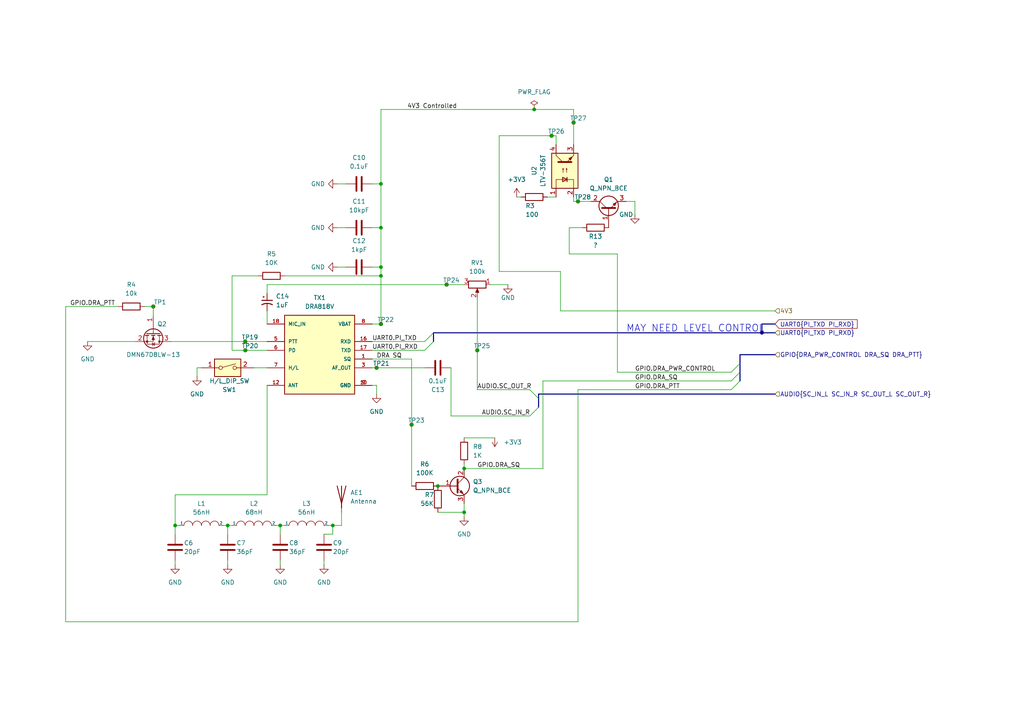
<source format=kicad_sch>
(kicad_sch (version 20211123) (generator eeschema)
  (paper "A4")
  (lib_symbols
    (symbol "Connector:TestPoint_Small" (pin_numbers hide) (pin_names (offset 0.762) hide)
      (property "Reference" "TP" (at 0 3.81 0))
      (property "Value" "TestPoint_Small" (at 0 2.032 0))
      (symbol "TestPoint_Small_0_1"
        (circle (center 0 0) (radius 0.508))
      )
      (symbol "TestPoint_Small_1_1"
        (pin passive line (at 0 0 90) (length 0) (name "1") (number "1"))
      )
    )
    (symbol "DRA818V:DRA818V" (pin_names (offset 1.016))
      (property "Reference" "U" (at -10.1661 13.2159 0))
      (property "Value" "DRA818V" (at -10.1663 -12.7078 0))
      (symbol "DRA818V_0_0"
        (rectangle (start -10.16 -10.16) (end 10.16 12.7) (stroke (width 0.254)) (fill (type background)))
        (pin output line (at 15.24 0 180) (length 5.08) (name "SQ") (number "1"))
        (pin power_in line (at 15.24 -7.62 180) (length 5.08) (name "GND") (number "10"))
        (pin passive line (at -15.24 -7.62 0) (length 5.08) (name "ANT") (number "12"))
        (pin input line (at 15.24 5.08 180) (length 5.08) (name "RXD") (number "16"))
        (pin output line (at 15.24 2.54 180) (length 5.08) (name "TXD") (number "17"))
        (pin input line (at -15.24 10.16 0) (length 5.08) (name "MIC_IN") (number "18"))
        (pin output line (at 15.24 -2.54 180) (length 5.08) (name "AF_OUT") (number "3"))
        (pin input line (at -15.24 5.08 0) (length 5.08) (name "PTT") (number "5"))
        (pin input line (at -15.24 2.54 0) (length 5.08) (name "PD") (number "6"))
        (pin input line (at -15.24 -2.54 0) (length 5.08) (name "H/L") (number "7"))
        (pin power_in line (at 15.24 10.16 180) (length 5.08) (name "VBAT") (number "8"))
        (pin power_in line (at 15.24 -7.62 180) (length 5.08) (name "GND") (number "9"))
      )
    )
    (symbol "Device:Antenna" (pin_numbers hide) (pin_names (offset 1.016) hide)
      (property "Reference" "AE" (at -1.905 1.905 0))
      (property "Value" "Antenna" (at -1.905 0 0))
      (symbol "Antenna_0_1"
        (polyline (pts (xy 0 2.54) (xy 0 -3.81)) (stroke (width 0.254)))
        (polyline (pts (xy 1.27 2.54) (xy 0 -2.54) (xy -1.27 2.54)) (stroke (width 0.254)))
      )
      (symbol "Antenna_1_1"
        (pin input line (at 0 -5.08 90) (length 2.54) (name "A") (number "1"))
      )
    )
    (symbol "Device:C" (pin_numbers hide) (pin_names (offset 0.254))
      (property "Reference" "C" (at 0.635 2.54 0))
      (property "Value" "C" (at 0.635 -2.54 0))
      (symbol "C_0_1"
        (polyline (pts (xy -2.032 -0.762) (xy 2.032 -0.762)) (stroke (width 0.508)))
        (polyline (pts (xy -2.032 0.762) (xy 2.032 0.762)) (stroke (width 0.508)))
      )
      (symbol "C_1_1"
        (pin passive line (at 0 3.81 270) (length 2.794) (name "~") (number "1"))
        (pin passive line (at 0 -3.81 90) (length 2.794) (name "~") (number "2"))
      )
    )
    (symbol "Device:C_Polarized_Small_US" (pin_numbers hide) (pin_names (offset 0.254) hide)
      (property "Reference" "C" (at 0.254 1.778 0))
      (property "Value" "C_Polarized_Small_US" (at 0.254 -2.032 0))
      (symbol "C_Polarized_Small_US_0_1"
        (polyline (pts (xy -1.524 0.508) (xy 1.524 0.508)) (stroke (width 0.3048)))
        (polyline (pts (xy -1.27 1.524) (xy -0.762 1.524)))
        (polyline (pts (xy -1.016 1.27) (xy -1.016 1.778)))
        (arc (start 1.524 -0.762) (mid 0 -0.3734) (end -1.524 -0.762) (stroke (width 0.3048)))
      )
      (symbol "C_Polarized_Small_US_1_1"
        (pin passive line (at 0 2.54 270) (length 2.032) (name "~") (number "1"))
        (pin passive line (at 0 -2.54 90) (length 2.032) (name "~") (number "2"))
      )
    )
    (symbol "Device:Q_NPN_BCE" (pin_names (offset 0) hide)
      (property "Reference" "Q" (at 5.08 1.27 0))
      (property "Value" "Q_NPN_BCE" (at 5.08 -1.27 0))
      (symbol "Q_NPN_BCE_0_1"
        (polyline (pts (xy 0.635 0.635) (xy 2.54 2.54)))
        (polyline (pts (xy 0.635 -0.635) (xy 2.54 -2.54) (xy 2.54 -2.54)))
        (polyline (pts (xy 0.635 1.905) (xy 0.635 -1.905) (xy 0.635 -1.905)) (stroke (width 0.508)))
        (polyline (pts (xy 1.27 -1.778) (xy 1.778 -1.27) (xy 2.286 -2.286) (xy 1.27 -1.778) (xy 1.27 -1.778)) (fill (type outline)))
        (circle (center 1.27 0) (radius 2.8194) (stroke (width 0.254)))
      )
      (symbol "Q_NPN_BCE_1_1"
        (pin input line (at -5.08 0 0) (length 5.715) (name "B") (number "1"))
        (pin passive line (at 2.54 5.08 270) (length 2.54) (name "C") (number "2"))
        (pin passive line (at 2.54 -5.08 90) (length 2.54) (name "E") (number "3"))
      )
    )
    (symbol "Device:R" (pin_numbers hide) (pin_names (offset 0))
      (property "Reference" "R" (at 2.032 0 90))
      (property "Value" "R" (at 0 0 90))
      (symbol "R_0_1"
        (rectangle (start -1.016 -2.54) (end 1.016 2.54) (stroke (width 0.254)))
      )
      (symbol "R_1_1"
        (pin passive line (at 0 3.81 270) (length 1.27) (name "~") (number "1"))
        (pin passive line (at 0 -3.81 90) (length 1.27) (name "~") (number "2"))
      )
    )
    (symbol "Device:R_Potentiometer" (pin_names (offset 1.016) hide)
      (property "Reference" "RV" (at -4.445 0 90))
      (property "Value" "R_Potentiometer" (at -2.54 0 90))
      (symbol "R_Potentiometer_0_1"
        (polyline (pts (xy 2.54 0) (xy 1.524 0)))
        (polyline (pts (xy 1.143 0) (xy 2.286 0.508) (xy 2.286 -0.508) (xy 1.143 0)) (fill (type outline)))
        (rectangle (start 1.016 2.54) (end -1.016 -2.54) (stroke (width 0.254)))
      )
      (symbol "R_Potentiometer_1_1"
        (pin passive line (at 0 3.81 270) (length 1.27) (name "1") (number "1"))
        (pin passive line (at 3.81 0 180) (length 1.27) (name "2") (number "2"))
        (pin passive line (at 0 -3.81 90) (length 1.27) (name "3") (number "3"))
      )
    )
    (symbol "Isolator:LTV-356T" (pin_names (offset 1.016))
      (property "Reference" "U" (at -5.334 4.826 0))
      (property "Value" "LTV-356T" (at 0 5.08 0))
      (symbol "LTV-356T_0_1"
        (rectangle (start -5.08 3.81) (end 5.08 -3.81) (stroke (width 0.254)) (fill (type background)))
        (polyline (pts (xy -3.175 -0.635) (xy -1.905 -0.635)) (stroke (width 0.254)))
        (polyline (pts (xy 2.54 0.635) (xy 4.445 2.54)))
        (polyline (pts (xy 4.445 -2.54) (xy 2.54 -0.635)) (fill (type outline)))
        (polyline (pts (xy 4.445 -2.54) (xy 5.08 -2.54)))
        (polyline (pts (xy 4.445 2.54) (xy 5.08 2.54)))
        (polyline (pts (xy -5.08 2.54) (xy -2.54 2.54) (xy -2.54 -0.762)))
        (polyline (pts (xy -2.54 -0.635) (xy -2.54 -2.54) (xy -5.08 -2.54)))
        (polyline (pts (xy 2.54 1.905) (xy 2.54 -1.905) (xy 2.54 -1.905)) (stroke (width 0.508)))
        (polyline (pts (xy -2.54 -0.635) (xy -3.175 0.635) (xy -1.905 0.635) (xy -2.54 -0.635)) (stroke (width 0.254)))
        (polyline (pts (xy -0.508 -0.508) (xy 0.762 -0.508) (xy 0.381 -0.635) (xy 0.381 -0.381) (xy 0.762 -0.508)))
        (polyline (pts (xy -0.508 0.508) (xy 0.762 0.508) (xy 0.381 0.381) (xy 0.381 0.635) (xy 0.762 0.508)))
        (polyline (pts (xy 3.048 -1.651) (xy 3.556 -1.143) (xy 4.064 -2.159) (xy 3.048 -1.651) (xy 3.048 -1.651)) (fill (type outline)))
      )
      (symbol "LTV-356T_1_1"
        (pin passive line (at -7.62 2.54 0) (length 2.54) (name "~") (number "1"))
        (pin passive line (at -7.62 -2.54 0) (length 2.54) (name "~") (number "2"))
        (pin passive line (at 7.62 -2.54 180) (length 2.54) (name "~") (number "3"))
        (pin passive line (at 7.62 2.54 180) (length 2.54) (name "~") (number "4"))
      )
    )
    (symbol "Switch:SW_DIP_x01" (pin_names (offset 0) hide)
      (property "Reference" "SW" (at 0 3.81 0))
      (property "Value" "SW_DIP_x01" (at 0 -3.81 0))
      (symbol "SW_DIP_x01_0_0"
        (circle (center -2.032 0) (radius 0.508))
        (polyline (pts (xy -1.524 0.127) (xy 2.3622 1.1684)))
        (circle (center 2.032 0) (radius 0.508))
      )
      (symbol "SW_DIP_x01_0_1"
        (rectangle (start -3.81 2.54) (end 3.81 -2.54) (stroke (width 0.254)) (fill (type background)))
      )
      (symbol "SW_DIP_x01_1_1"
        (pin passive line (at -7.62 0 0) (length 5.08) (name "~") (number "1"))
        (pin passive line (at 7.62 0 180) (length 5.08) (name "~") (number "2"))
      )
    )
    (symbol "Transistor_FET:2N7002K" (pin_names hide)
      (property "Reference" "Q" (at 5.08 1.905 0))
      (property "Value" "2N7002K" (at 5.08 0 0))
      (symbol "2N7002K_0_1"
        (polyline (pts (xy 0.254 0) (xy -2.54 0)))
        (polyline (pts (xy 0.254 1.905) (xy 0.254 -1.905)) (stroke (width 0.254)))
        (polyline (pts (xy 0.762 -1.27) (xy 0.762 -2.286)) (stroke (width 0.254)))
        (polyline (pts (xy 0.762 0.508) (xy 0.762 -0.508)) (stroke (width 0.254)))
        (polyline (pts (xy 0.762 2.286) (xy 0.762 1.27)) (stroke (width 0.254)))
        (polyline (pts (xy 2.54 2.54) (xy 2.54 1.778)))
        (polyline (pts (xy 2.54 -2.54) (xy 2.54 0) (xy 0.762 0)))
        (polyline (pts (xy 0.762 -1.778) (xy 3.302 -1.778) (xy 3.302 1.778) (xy 0.762 1.778)))
        (polyline (pts (xy 1.016 0) (xy 2.032 0.381) (xy 2.032 -0.381) (xy 1.016 0)) (fill (type outline)))
        (polyline (pts (xy 2.794 0.508) (xy 2.921 0.381) (xy 3.683 0.381) (xy 3.81 0.254)))
        (polyline (pts (xy 3.302 0.381) (xy 2.921 -0.254) (xy 3.683 -0.254) (xy 3.302 0.381)))
        (circle (center 1.651 0) (radius 2.794) (stroke (width 0.254)))
        (circle (center 2.54 -1.778) (radius 0.254) (fill (type outline)))
        (circle (center 2.54 1.778) (radius 0.254) (fill (type outline)))
      )
      (symbol "2N7002K_1_1"
        (pin input line (at -5.08 0 0) (length 2.54) (name "G") (number "1"))
        (pin passive line (at 2.54 -5.08 90) (length 2.54) (name "S") (number "2"))
        (pin passive line (at 2.54 5.08 270) (length 2.54) (name "D") (number "3"))
      )
    )
    (symbol "power:+3V3" (power) (pin_names (offset 0))
      (property "Value" "+3V3" (at 0 3.556 0))
      (symbol "+3V3_0_1"
        (polyline (pts (xy -0.762 1.27) (xy 0 2.54)))
        (polyline (pts (xy 0 0) (xy 0 2.54)))
        (polyline (pts (xy 0 2.54) (xy 0.762 1.27)))
      )
      (symbol "+3V3_1_1"
        (pin power_in line (at 0 0 90) (length 0) hide (name "+3V3") (number "1"))
      )
    )
    (symbol "power:GND" (power) (pin_names (offset 0))
      (property "Value" "GND" (at 0 -3.81 0))
      (symbol "GND_0_1"
        (polyline (pts (xy 0 0) (xy 0 -1.27) (xy 1.27 -1.27) (xy 0 -2.54) (xy -1.27 -1.27) (xy 0 -1.27)))
      )
      (symbol "GND_1_1"
        (pin power_in line (at 0 0 270) (length 0) hide (name "GND") (number "1"))
      )
    )
    (symbol "power:PWR_FLAG" (power) (pin_numbers hide) (pin_names (offset 0) hide)
      (property "Value" "PWR_FLAG" (at 0 3.81 0))
      (symbol "PWR_FLAG_0_0"
        (pin power_out line (at 0 0 90) (length 0) (name "pwr") (number "1"))
      )
      (symbol "PWR_FLAG_0_1"
        (polyline (pts (xy 0 0) (xy 0 1.27) (xy -1.016 1.905) (xy 0 2.54) (xy 1.016 1.905) (xy 0 1.27)))
      )
    )
    (symbol "pspice:INDUCTOR" (pin_numbers hide) (pin_names (offset 0))
      (property "Reference" "L" (at 0 2.54 0))
      (property "Value" "INDUCTOR" (at 0 -1.27 0))
      (symbol "INDUCTOR_0_1"
        (arc (start -2.54 0) (mid -3.81 1.27) (end -5.08 0))
        (arc (start 0 0) (mid -1.27 1.27) (end -2.54 0))
        (arc (start 2.54 0) (mid 1.27 1.27) (end 0 0))
        (arc (start 5.08 0) (mid 3.81 1.27) (end 2.54 0))
      )
      (symbol "INDUCTOR_1_1"
        (pin input line (at -6.35 0 0) (length 1.27) (name "1") (number "1"))
        (pin input line (at 6.35 0 180) (length 1.27) (name "2") (number "2"))
      )
    )
  )
  (junction (at 129.54 82.55))
  (junction (at 110.49 80.01))
  (junction (at 109.22 106.68))
  (junction (at 110.49 66.04))
  (junction (at 138.43 101.6))
  (junction (at 134.62 135.89))
  (junction (at 71.12 99.06))
  (junction (at 159.9711 39.37))
  (junction (at 167.64 58.42))
  (junction (at 71.1549 101.6))
  (junction (at 166.37 35.56))
  (junction (at 44.45 88.9))
  (junction (at 220.98 96.52))
  (junction (at 110.49 93.98))
  (junction (at 66.04 152.4))
  (junction (at 127 140.97))
  (junction (at 50.8 152.4))
  (junction (at 110.49 53.34))
  (junction (at 110.49 77.47))
  (junction (at 134.62 148.59))
  (junction (at 96.52 152.4))
  (junction (at 81.28 152.4))
  (junction (at 119.38 123.19))
  (junction (at 154.94 31.75))
  (bus_entry (at 214.63 107.95) (size -2.54 2.54))
  (bus_entry (at 125.73 99.06) (size -2.54 2.54))
  (bus_entry (at 156.21 115.57) (size -2.54 -2.54))
  (bus_entry (at 214.63 105.41) (size -2.54 2.54))
  (bus_entry (at 125.73 96.52) (size -2.54 2.54))
  (bus_entry (at 156.21 118.11) (size -2.54 2.54))
  (bus_entry (at 214.63 110.49) (size -2.54 2.54))
  (wire (pts (xy 82.55 80.01) (xy 110.49 80.01)))
  (wire (pts (xy 81.28 162.56) (xy 81.28 163.83)))
  (wire (pts (xy 159.9711 39.37) (xy 144.78 39.37)))
  (wire (pts (xy 119.38 104.14) (xy 119.38 123.19)))
  (wire (pts (xy 96.52 152.4) (xy 99.06 152.4)))
  (wire (pts (xy 162.56 78.74) (xy 162.56 90.17)))
  (wire (pts (xy 64.77 152.4) (xy 66.04 152.4)))
  (bus (pts (xy 220.98 96.52) (xy 224.79 96.52)))
  (wire (pts (xy 157.48 110.49) (xy 212.09 110.49)))
  (wire (pts (xy 162.56 90.17) (xy 224.79 90.17)))
  (wire (pts (xy 58.42 106.68) (xy 57.15 106.68)))
  (wire (pts (xy 110.49 80.01) (xy 110.49 93.98)))
  (bus (pts (xy 125.73 96.52) (xy 125.73 99.06)))
  (wire (pts (xy 66.04 162.56) (xy 66.04 163.83)))
  (wire (pts (xy 166.37 31.75) (xy 166.37 35.56)))
  (wire (pts (xy 130.81 120.65) (xy 153.67 120.65)))
  (wire (pts (xy 57.15 106.68) (xy 57.15 109.22)))
  (bus (pts (xy 156.21 115.57) (xy 156.21 118.11)))
  (wire (pts (xy 19.05 180.34) (xy 167.64 180.34)))
  (wire (pts (xy 107.95 77.47) (xy 110.49 77.47)))
  (wire (pts (xy 97.79 77.47) (xy 100.33 77.47)))
  (wire (pts (xy 77.47 143.51) (xy 77.47 111.76)))
  (wire (pts (xy 41.91 88.9) (xy 44.45 88.9)))
  (wire (pts (xy 71.1549 101.6) (xy 77.47 101.6)))
  (wire (pts (xy 144.78 78.74) (xy 162.56 78.74)))
  (wire (pts (xy 81.28 152.4) (xy 81.28 154.94)))
  (wire (pts (xy 138.43 86.36) (xy 138.43 101.6)))
  (wire (pts (xy 134.62 135.89) (xy 157.48 135.89)))
  (wire (pts (xy 50.8 162.56) (xy 50.8 163.83)))
  (wire (pts (xy 110.49 31.75) (xy 110.49 53.34)))
  (wire (pts (xy 67.31 101.6) (xy 67.31 80.01)))
  (wire (pts (xy 66.04 152.4) (xy 66.04 154.94)))
  (wire (pts (xy 130.81 120.65) (xy 130.81 106.68)))
  (wire (pts (xy 107.95 99.06) (xy 123.19 99.06)))
  (wire (pts (xy 134.62 127) (xy 143.51 127)))
  (wire (pts (xy 167.64 180.34) (xy 167.64 113.03)))
  (wire (pts (xy 50.8 143.51) (xy 77.47 143.51)))
  (wire (pts (xy 109.22 111.76) (xy 109.22 114.3)))
  (wire (pts (xy 138.43 113.03) (xy 153.67 113.03)))
  (bus (pts (xy 125.73 96.52) (xy 220.98 96.52)))
  (wire (pts (xy 44.45 88.9) (xy 44.45 91.44)))
  (wire (pts (xy 138.43 101.6) (xy 138.43 113.03)))
  (wire (pts (xy 96.52 152.4) (xy 96.52 154.94)))
  (wire (pts (xy 166.37 31.75) (xy 154.94 31.75)))
  (wire (pts (xy 161.29 39.37) (xy 161.29 41.91)))
  (wire (pts (xy 129.54 82.55) (xy 134.62 82.55)))
  (wire (pts (xy 25.4 99.06) (xy 39.37 99.06)))
  (bus (pts (xy 214.63 107.95) (xy 214.63 105.41)))
  (wire (pts (xy 93.98 154.94) (xy 96.52 154.94)))
  (wire (pts (xy 110.49 53.34) (xy 110.49 66.04)))
  (wire (pts (xy 107.95 53.34) (xy 110.49 53.34)))
  (wire (pts (xy 107.95 101.6) (xy 123.19 101.6)))
  (wire (pts (xy 50.8 152.4) (xy 50.8 143.51)))
  (wire (pts (xy 93.98 162.56) (xy 93.98 163.83)))
  (wire (pts (xy 181.61 58.42) (xy 184.15 58.42)))
  (wire (pts (xy 71.12 99.06) (xy 77.47 99.06)))
  (wire (pts (xy 110.49 77.47) (xy 110.49 80.01)))
  (wire (pts (xy 167.64 58.42) (xy 171.45 58.42)))
  (wire (pts (xy 157.48 135.89) (xy 157.48 110.49)))
  (wire (pts (xy 179.07 107.95) (xy 179.07 73.66)))
  (wire (pts (xy 165.1 73.66) (xy 179.07 73.66)))
  (wire (pts (xy 134.62 148.59) (xy 134.62 149.86)))
  (wire (pts (xy 99.06 148.59) (xy 99.06 152.4)))
  (wire (pts (xy 95.25 152.4) (xy 96.52 152.4)))
  (wire (pts (xy 80.01 152.4) (xy 81.28 152.4)))
  (wire (pts (xy 50.8 152.4) (xy 52.07 152.4)))
  (wire (pts (xy 127 148.59) (xy 134.62 148.59)))
  (wire (pts (xy 158.75 57.15) (xy 161.29 57.15)))
  (wire (pts (xy 134.62 134.62) (xy 134.62 135.89)))
  (bus (pts (xy 156.21 114.3) (xy 156.21 115.57)))
  (wire (pts (xy 66.04 152.4) (xy 67.31 152.4)))
  (wire (pts (xy 166.37 58.42) (xy 166.37 57.15)))
  (wire (pts (xy 168.91 66.04) (xy 165.1 66.04)))
  (wire (pts (xy 144.78 39.37) (xy 144.78 78.74)))
  (bus (pts (xy 224.79 102.87) (xy 214.63 102.87)))
  (wire (pts (xy 50.8 154.94) (xy 50.8 152.4)))
  (wire (pts (xy 107.95 111.76) (xy 109.22 111.76)))
  (wire (pts (xy 166.37 58.42) (xy 167.64 58.42)))
  (wire (pts (xy 149.86 57.15) (xy 151.13 57.15)))
  (wire (pts (xy 119.38 123.19) (xy 119.38 140.97)))
  (bus (pts (xy 214.63 110.49) (xy 214.63 107.95)))
  (wire (pts (xy 161.29 39.37) (xy 159.9711 39.37)))
  (wire (pts (xy 19.05 88.9) (xy 19.05 180.34)))
  (wire (pts (xy 107.95 66.04) (xy 110.49 66.04)))
  (wire (pts (xy 77.47 82.55) (xy 77.47 85.09)))
  (bus (pts (xy 156.21 114.3) (xy 224.79 114.3)))
  (bus (pts (xy 214.63 105.41) (xy 214.63 102.87)))
  (wire (pts (xy 134.62 146.05) (xy 134.62 148.59)))
  (wire (pts (xy 97.79 66.04) (xy 100.33 66.04)))
  (wire (pts (xy 107.95 93.98) (xy 110.49 93.98)))
  (wire (pts (xy 19.05 88.9) (xy 34.29 88.9)))
  (wire (pts (xy 77.47 82.55) (xy 129.54 82.55)))
  (wire (pts (xy 110.49 66.04) (xy 110.49 77.47)))
  (bus (pts (xy 224.79 93.98) (xy 220.98 93.98)))
  (wire (pts (xy 212.09 107.95) (xy 179.07 107.95)))
  (wire (pts (xy 77.47 90.17) (xy 77.47 93.98)))
  (bus (pts (xy 220.98 93.98) (xy 220.98 96.52)))
  (wire (pts (xy 107.95 104.14) (xy 119.38 104.14)))
  (wire (pts (xy 166.37 35.56) (xy 166.37 41.91)))
  (wire (pts (xy 67.31 101.6) (xy 71.1549 101.6)))
  (wire (pts (xy 81.28 152.4) (xy 82.55 152.4)))
  (wire (pts (xy 109.22 106.68) (xy 123.19 106.68)))
  (wire (pts (xy 184.15 58.42) (xy 184.15 62.23)))
  (wire (pts (xy 165.1 66.04) (xy 165.1 73.66)))
  (wire (pts (xy 154.94 31.75) (xy 110.49 31.75)))
  (wire (pts (xy 167.64 113.03) (xy 212.09 113.03)))
  (wire (pts (xy 97.79 53.34) (xy 100.33 53.34)))
  (wire (pts (xy 67.31 80.01) (xy 74.93 80.01)))
  (wire (pts (xy 49.53 99.06) (xy 71.12 99.06)))
  (wire (pts (xy 142.24 82.55) (xy 147.32 82.55)))
  (wire (pts (xy 107.95 106.68) (xy 109.22 106.68)))
  (wire (pts (xy 73.66 106.68) (xy 77.47 106.68)))
  (text "MAY NEED LEVEL CONTROL\n" (at 181.61 96.52 0) (effects (font (size 2 2)) (justify left bottom)))
  (label "GPIO.DRA_PTT" (at 20.32 88.9 0))
  (label "GPIO.DRA_SQ" (at 184.15 110.49 0))
  (label "GPIO.DRA_SQ" (at 138.43 135.89 0))
  (label "AUDIO.SC_OUT_R" (at 138.43 113.03 0))
  (label "UART0.PI_TXD" (at 107.95 99.06 0))
  (label "GPIO.DRA_PTT" (at 184.15 113.03 0))
  (label "DRA SQ" (at 109.22 104.14 0))
  (label "4V3 Controlled" (at 118.11 31.75 0))
  (label "UART0.PI_RXD" (at 107.95 101.6 0))
  (label "AUDIO.SC_IN_R" (at 139.7 120.65 0))
  (label "GPIO.DRA_PWR_CONTROL" (at 184.15 107.95 0))
  (global_label "UART0{PI_TXD PI_RXD}" (shape input) (at 224.79 93.98 0) (property "Intersheet References" "${INTERSHEET_REFS}" (effects hide)))
  (hierarchical_label "4V3" (shape input) (at 224.79 90.17 0))
  (hierarchical_label "AUDIO{SC_IN_L SC_IN_R SC_OUT_L SC_OUT_R}" (shape input) (at 224.79 114.3 0))
  (hierarchical_label "UART0{PI_TXD PI_RXD}" (shape input) (at 224.79 96.52 0))
  (hierarchical_label "GPIO{DRA_PWR_CONTROL DRA_SQ DRA_PTT}" (shape input) (at 224.79 102.87 0))
  (symbol (lib_id "Device:R") (at 134.62 130.81 0) (unit 1)
    (property "Reference" "R8" (at 137.16 129.5399 0) (effects (justify left)))
    (property "Value" "1K" (at 137.16 132.0799 0) (effects (justify left)))
    (property "Footprint" "Resistor_SMD:R_0603_1608Metric_Pad0.98x0.95mm_HandSolder" (effects hide))
    (property "Digikey" "https://www.digikey.com/short/f10jtr77" (effects hide))
    (property "Unit Price" "0.10" (effects hide))
  )
  (symbol (lib_id "pspice:INDUCTOR") (at 73.66 152.4 0) (unit 1)
    (property "Reference" "L2" (at 73.66 146.05 0))
    (property "Value" "68nH" (at 73.66 148.59 0))
    (property "Footprint" "footprints:IND_AIAC-1812-33NK-T" (effects hide))
    (property "Digikey" "https://www.digikey.com/short/p9jjjhfr" (effects hide))
    (property "Unit Price" ".63" (effects hide))
  )
  (symbol (lib_id "power:GND") (at 97.79 77.47 270) (unit 1)
    (property "Reference" "#PWR0130" (effects hide))
    (property "Value" "GND" (at 90.17 77.47 90) (effects (justify left)))
  )
  (symbol (lib_id "Device:Q_NPN_BCE") (at 176.53 60.96 90) (unit 1)
    (property "Reference" "Q1" (at 176.53 52.07 90))
    (property "Value" "Q_NPN_BCE" (at 176.53 54.61 90))
    (property "Footprint" "Package_TO_SOT_SMD:SOT-23" (effects hide))
    (property "Digikey" "https://www.digikey.com/short/b477vdt4" (effects hide))
    (property "Unit Price" "$0.18" (effects hide))
  )
  (symbol (lib_id "power:GND") (at 97.79 53.34 270) (unit 1)
    (property "Reference" "#PWR0128" (effects hide))
    (property "Value" "GND" (at 90.17 53.34 90) (effects (justify left)))
  )
  (symbol (lib_id "power:GND") (at 93.98 163.83 0) (unit 1)
    (property "Reference" "#PWR0136" (effects hide))
    (property "Value" "GND" (at 93.98 168.91 0))
  )
  (symbol (lib_id "Connector:TestPoint_Small") (at 166.37 35.56 0) (mirror y) (unit 1)
    (property "Reference" "TP27" (at 170.18 34.29 0) (effects (justify left)))
    (property "Value" "Test Point" (effects hide))
    (property "Footprint" "TestPoint:TestPoint_Pad_D1.0mm" (effects hide))
  )
  (symbol (lib_id "Connector:TestPoint_Small") (at 159.9711 39.37 0) (mirror y) (unit 1)
    (property "Reference" "TP26" (at 163.7811 38.1 0) (effects (justify left)))
    (property "Value" "Test Point" (effects hide))
    (property "Footprint" "TestPoint:TestPoint_Pad_D1.0mm" (effects hide))
  )
  (symbol (lib_id "pspice:INDUCTOR") (at 88.9 152.4 0) (unit 1)
    (property "Reference" "L3" (at 88.9 146.05 0))
    (property "Value" "56nH" (at 88.9 148.59 0))
    (property "Footprint" "footprints:IND_AIAC-1812-33NK-T" (effects hide))
    (property "Digikey" "https://www.digikey.com/short/9vrrnz3q" (effects hide))
    (property "Unit Price" ".67" (effects hide))
  )
  (symbol (lib_id "power:GND") (at 147.32 82.55 0) (unit 1)
    (property "Reference" "#PWR0126" (effects hide))
    (property "Value" "GND" (at 147.32 86.36 0))
  )
  (symbol (lib_id "Connector:TestPoint_Small") (at 119.38 123.19 0) (mirror y) (unit 1)
    (property "Reference" "TP23" (at 123.19 121.92 0) (effects (justify left)))
    (property "Value" "Test Point" (effects hide))
    (property "Footprint" "TestPoint:TestPoint_Pad_D1.0mm" (effects hide))
  )
  (symbol (lib_id "Device:C") (at 127 106.68 90) (unit 1)
    (property "Reference" "C13" (at 127 113.03 90))
    (property "Value" "0.1uF" (at 127 110.49 90))
    (property "Footprint" "Capacitor_SMD:C_0603_1608Metric_Pad1.08x0.95mm_HandSolder" (effects hide))
    (property "Digikey" "https://www.digikey.com/short/3wn2fdb2" (effects hide))
    (property "Unit Price" "0.10" (effects hide))
  )
  (symbol (lib_id "power:GND") (at 134.62 149.86 0) (unit 1)
    (property "Reference" "#PWR0127" (effects hide))
    (property "Value" "GND" (at 134.62 154.94 0))
  )
  (symbol (lib_id "Connector:TestPoint_Small") (at 138.43 101.6 0) (mirror y) (unit 1)
    (property "Reference" "TP25" (at 142.24 100.33 0) (effects (justify left)))
    (property "Value" "Test Point" (effects hide))
    (property "Footprint" "TestPoint:TestPoint_Pad_D1.0mm" (effects hide))
  )
  (symbol (lib_id "power:GND") (at 81.28 163.83 0) (unit 1)
    (property "Reference" "#PWR0134" (effects hide))
    (property "Value" "GND" (at 81.28 168.91 0))
  )
  (symbol (lib_id "Connector:TestPoint_Small") (at 167.64 58.42 0) (mirror y) (unit 1)
    (property "Reference" "TP28" (at 171.45 57.15 0) (effects (justify left)))
    (property "Value" "Test Point" (effects hide))
    (property "Footprint" "TestPoint:TestPoint_Pad_D1.0mm" (effects hide))
  )
  (symbol (lib_id "power:GND") (at 50.8 163.83 0) (unit 1)
    (property "Reference" "#PWR0135" (effects hide))
    (property "Value" "GND" (at 50.8 168.91 0))
  )
  (symbol (lib_id "Device:R") (at 154.94 57.15 270) (unit 1)
    (property "Reference" "R3" (at 152.4 59.69 90) (effects (justify left)))
    (property "Value" "100" (at 152.4 62.23 90) (effects (justify left)))
    (property "Footprint" "Resistor_SMD:R_0805_2012Metric_Pad1.20x1.40mm_HandSolder" (effects hide))
    (property "Min Wat" "0.036" (effects hide))
    (property "Digikey" "https://www.digikey.com/short/j2drdv0p" (effects hide))
    (property "Unit Price" "0.10" (effects hide))
  )
  (symbol (lib_id "Device:C") (at 104.14 53.34 90) (unit 1)
    (property "Reference" "C10" (at 104.14 45.72 90))
    (property "Value" "0.1uF" (at 104.14 48.26 90))
    (property "Footprint" "Capacitor_SMD:C_0603_1608Metric_Pad1.08x0.95mm_HandSolder" (effects hide))
    (property "Digikey" "https://www.digikey.com/short/3wn2fdb2" (effects hide))
    (property "Unit Price" "0.10" (effects hide))
  )
  (symbol (lib_id "Device:R") (at 123.19 140.97 90) (unit 1)
    (property "Reference" "R6" (at 123.19 134.62 90))
    (property "Value" "100K" (at 123.19 137.16 90))
    (property "Footprint" "Resistor_SMD:R_0603_1608Metric_Pad0.98x0.95mm_HandSolder" (effects hide))
    (property "Digikey" "https://www.digikey.com/short/djq9jdpp" (effects hide))
    (property "Unit Price" "0.10" (effects hide))
  )
  (symbol (lib_id "Device:C") (at 81.28 158.75 0) (unit 1)
    (property "Reference" "C8" (at 83.82 157.48 0) (effects (justify left)))
    (property "Value" "36pF" (at 83.82 160.02 0) (effects (justify left)))
    (property "Footprint" "Capacitor_SMD:C_0603_1608Metric_Pad1.08x0.95mm_HandSolder" (effects hide))
    (property "Digikey" "https://www.digikey.com/short/327pncbq" (effects hide))
    (property "Unit Price" "0.10" (effects hide))
  )
  (symbol (lib_id "Connector:TestPoint_Small") (at 71.12 99.06 0) (mirror y) (unit 1)
    (property "Reference" "TP19" (at 74.93 97.79 0) (effects (justify left)))
    (property "Value" "Test Point" (effects hide))
    (property "Footprint" "TestPoint:TestPoint_Pad_D1.0mm" (effects hide))
  )
  (symbol (lib_id "power:+3V3") (at 143.51 127 180) (unit 1)
    (property "Reference" "#PWR0123" (effects hide))
    (property "Value" "+3V3" (at 146.05 128.2699 0) (effects (justify right)))
  )
  (symbol (lib_id "Device:C") (at 50.8 158.75 0) (unit 1)
    (property "Reference" "C6" (at 53.34 157.48 0) (effects (justify left)))
    (property "Value" "20pF" (at 53.34 160.02 0) (effects (justify left)))
    (property "Footprint" "Capacitor_SMD:C_0603_1608Metric_Pad1.08x0.95mm_HandSolder" (effects hide))
    (property "Digikey" "https://www.digikey.com/short/fmjn8mbp" (effects hide))
    (property "Unit Price" "0.10" (effects hide))
  )
  (symbol (lib_id "power:GND") (at 184.15 62.23 0) (unit 1)
    (property "Reference" "#PWR0122" (effects hide))
    (property "Value" "GND" (at 181.61 62.23 0))
  )
  (symbol (lib_id "Connector:TestPoint_Small") (at 44.45 88.9 0) (mirror y) (unit 1)
    (property "Reference" "TP1" (at 48.26 87.63 0) (effects (justify left)))
    (property "Value" "Test Point" (effects hide))
    (property "Footprint" "TestPoint:TestPoint_Pad_D1.0mm" (effects hide))
  )
  (symbol (lib_id "Device:Antenna") (at 99.06 143.51 0) (unit 1)
    (property "Reference" "AE1" (at 101.6 142.8749 0) (effects (justify left)))
    (property "Value" "Antenna" (at 101.6 145.4149 0) (effects (justify left)))
    (property "Footprint" "footprints:LINX_CONSMA001-G" (effects hide))
  )
  (symbol (lib_id "Device:C") (at 93.98 158.75 0) (unit 1)
    (property "Reference" "C9" (at 96.52 157.48 0) (effects (justify left)))
    (property "Value" "20pF" (at 96.52 160.02 0) (effects (justify left)))
    (property "Footprint" "Capacitor_SMD:C_0603_1608Metric_Pad1.08x0.95mm_HandSolder" (effects hide))
    (property "Digikey" "https://www.digikey.com/short/fmjn8mbp" (effects hide))
    (property "Unit Price" "0.10" (effects hide))
  )
  (symbol (lib_id "Device:R_Potentiometer") (at 138.43 82.55 270) (unit 1)
    (property "Reference" "RV1" (at 138.43 76.2 90))
    (property "Value" "100k" (at 138.43 78.74 90))
    (property "Footprint" "footprints:TRIM_3361P-1-104GLF" (effects hide))
    (property "Digikey" "https://www.digikey.com/short/vp58mvrf" (effects hide))
    (property "Unit Price" "1.27" (effects hide))
  )
  (symbol (lib_id "power:GND") (at 109.22 114.3 0) (unit 1)
    (property "Reference" "#PWR0125" (effects hide))
    (property "Value" "GND" (at 109.22 119.38 0))
  )
  (symbol (lib_id "Switch:SW_DIP_x01") (at 66.04 106.68 0) (unit 1)
    (property "Reference" "SW1" (at 68.58 113.03 0) (effects (justify right)))
    (property "Value" "H/L_DIP_SW" (at 72.39 110.49 0) (effects (justify right)))
    (property "Footprint" "Button_Switch_THT:SW_DIP_SPSTx01_Slide_6.7x4.1mm_W7.62mm_P2.54mm_LowProfile" (effects hide))
    (property "Digikey" "https://www.digikey.com/short/hh7p03qq" (effects hide))
    (property "Unit Price" "0.42" (effects hide))
  )
  (symbol (lib_id "Device:R") (at 78.74 80.01 90) (unit 1)
    (property "Reference" "R5" (at 78.74 73.66 90))
    (property "Value" "10K" (at 78.74 76.2 90))
    (property "Footprint" "Resistor_SMD:R_0805_2012Metric_Pad1.20x1.40mm_HandSolder" (effects hide))
    (property "Digikey" "https://www.digikey.com/short/qp0zwmnj" (effects hide))
    (property "Unit Price" "0.10" (effects hide))
  )
  (symbol (lib_id "power:PWR_FLAG") (at 154.94 31.75 0) (unit 1)
    (property "Reference" "#FLG0106" (effects hide))
    (property "Value" "PWR_FLAG" (at 154.94 26.67 0))
  )
  (symbol (lib_id "Transistor_FET:2N7002K") (at 44.45 96.52 270) (unit 1)
    (property "Reference" "Q2" (at 46.99 93.98 90))
    (property "Value" "DMN67D8LW-13" (at 44.45 102.87 90))
    (property "Footprint" "Package_TO_SOT_SMD:SOT-323_SC-70_Handsoldering" (effects hide))
    (property "Datasheet" "https://www.diodes.com/assets/Datasheets/ds30896.pdf" (effects hide))
    (property "Digikey" "https://www.digikey.com/short/vpj3wh87" (effects hide))
    (property "Unit Price" "0.26" (effects hide))
  )
  (symbol (lib_id "Device:R") (at 172.72 66.04 270) (unit 1)
    (property "Reference" "R13" (at 172.72 68.58 90))
    (property "Value" "?" (at 172.72 71.12 90))
    (property "Footprint" "Resistor_SMD:R_0603_1608Metric_Pad0.98x0.95mm_HandSolder" (effects hide))
    (property "Digikey" "?" (effects hide))
  )
  (symbol (lib_id "Device:C") (at 104.14 66.04 90) (unit 1)
    (property "Reference" "C11" (at 104.14 58.42 90))
    (property "Value" "10kpF" (at 104.14 60.96 90))
    (property "Footprint" "Capacitor_SMD:C_0603_1608Metric_Pad1.08x0.95mm_HandSolder" (effects hide))
    (property "Digikey" "https://www.digikey.com/short/0b20twhm" (effects hide))
    (property "Unit Price" "0.10" (effects hide))
  )
  (symbol (lib_id "power:GND") (at 57.15 109.22 0) (unit 1)
    (property "Reference" "#PWR0131" (effects hide))
    (property "Value" "GND" (at 57.15 114.3 0))
  )
  (symbol (lib_id "Connector:TestPoint_Small") (at 110.49 93.98 0) (mirror y) (unit 1)
    (property "Reference" "TP22" (at 114.3 92.71 0) (effects (justify left)))
    (property "Value" "Test Point" (effects hide))
    (property "Footprint" "TestPoint:TestPoint_Pad_D1.0mm" (effects hide))
  )
  (symbol (lib_id "Device:C") (at 66.04 158.75 0) (unit 1)
    (property "Reference" "C7" (at 68.58 157.48 0) (effects (justify left)))
    (property "Value" "36pF" (at 68.58 160.02 0) (effects (justify left)))
    (property "Footprint" "Capacitor_SMD:C_0603_1608Metric_Pad1.08x0.95mm_HandSolder" (effects hide))
    (property "Digikey" "https://www.digikey.com/short/327pncbq" (effects hide))
    (property "Unit Price" "0.10" (effects hide))
  )
  (symbol (lib_id "DRA818V:DRA818V") (at 92.71 104.14 0) (unit 1)
    (property "Reference" "TX1" (at 92.71 86.36 0))
    (property "Value" "DRA818V" (at 92.71 88.9 0))
    (property "Footprint" "footprints:DORJI_DRA818V" (effects hide))
    (property "MANUFACTURER" "DORJI" (effects hide))
    (property "STANDARD" "MANUFACTURER RECOMMENDATIONS" (effects hide))
    (property "PART_REV" "1.23" (effects hide))
    (property "Digikey" "eBay" (effects hide))
    (property "Unit Price" "12.28" (effects hide))
  )
  (symbol (lib_id "Connector:TestPoint_Small") (at 71.1549 101.6 0) (mirror y) (unit 1)
    (property "Reference" "TP20" (at 74.9649 100.33 0) (effects (justify left)))
    (property "Value" "Test Point" (effects hide))
    (property "Footprint" "TestPoint:TestPoint_Pad_D1.0mm" (effects hide))
  )
  (symbol (lib_id "Connector:TestPoint_Small") (at 129.54 82.55 0) (mirror y) (unit 1)
    (property "Reference" "TP24" (at 133.35 81.28 0) (effects (justify left)))
    (property "Value" "Test Point" (effects hide))
    (property "Footprint" "TestPoint:TestPoint_Pad_D1.0mm" (effects hide))
  )
  (symbol (lib_id "Device:Q_NPN_BCE") (at 132.08 140.97 0) (unit 1)
    (property "Reference" "Q3" (at 137.16 139.6999 0) (effects (justify left)))
    (property "Value" "Q_NPN_BCE" (at 137.16 142.2399 0) (effects (justify left)))
    (property "Footprint" "Package_TO_SOT_SMD:SOT-23" (effects hide))
    (property "Digikey" "https://www.digikey.com/short/b477vdt4" (effects hide))
    (property "Unit Price" "$0.18" (effects hide))
  )
  (symbol (lib_id "Connector:TestPoint_Small") (at 109.22 106.68 0) (mirror y) (unit 1)
    (property "Reference" "TP21" (at 113.03 105.41 0) (effects (justify left)))
    (property "Value" "Test Point" (effects hide))
    (property "Footprint" "TestPoint:TestPoint_Pad_D1.0mm" (effects hide))
  )
  (symbol (lib_id "Isolator:LTV-356T") (at 163.83 49.53 90) (unit 1)
    (property "Reference" "U2" (at 154.94 49.53 0))
    (property "Value" "LTV-356T" (at 157.48 49.53 0))
    (property "Footprint" "Package_SO:SO-4_4.4x3.6mm_P2.54mm" (effects hide))
    (property "Datasheet" "http://optoelectronics.liteon.com/upload/download/DS70-2001-010/S_110_LTV-356T%2020140520.pdf" (effects hide))
    (property "Input" "1.2V @ 20" (effects hide))
    (property "Digikey" "https://www.digikey.com/short/nbv0qj71" (effects hide))
    (property "Unit Price" "0.49" (effects hide))
  )
  (symbol (lib_id "power:GND") (at 97.79 66.04 270) (unit 1)
    (property "Reference" "#PWR0129" (effects hide))
    (property "Value" "GND" (at 90.17 66.04 90) (effects (justify left)))
  )
  (symbol (lib_id "Device:R") (at 127 144.78 0) (unit 1)
    (property "Reference" "R7" (at 123.19 143.51 0) (effects (justify left)))
    (property "Value" "56K" (at 121.92 146.05 0) (effects (justify left)))
    (property "Footprint" "Resistor_SMD:R_0603_1608Metric_Pad0.98x0.95mm_HandSolder" (effects hide))
    (property "Digikey" "https://www.digikey.com/short/bj31bf3h" (effects hide))
    (property "Unit Price" "0.10" (effects hide))
  )
  (symbol (lib_id "power:GND") (at 25.4 99.06 0) (unit 1)
    (property "Reference" "#PWR0132" (effects hide))
    (property "Value" "GND" (at 25.4 104.14 0))
  )
  (symbol (lib_id "Device:C") (at 104.14 77.47 90) (unit 1)
    (property "Reference" "C12" (at 104.14 69.85 90))
    (property "Value" "1kpF" (at 104.14 72.39 90))
    (property "Footprint" "Capacitor_SMD:C_0603_1608Metric_Pad1.08x0.95mm_HandSolder" (effects hide))
    (property "Digikey" "https://www.digikey.com/short/wt1rq83j" (effects hide))
    (property "Unit Price" "0.10" (effects hide))
  )
  (symbol (lib_id "pspice:INDUCTOR") (at 58.42 152.4 0) (unit 1)
    (property "Reference" "L1" (at 58.42 146.05 0))
    (property "Value" "56nH" (at 58.42 148.59 0))
    (property "Footprint" "footprints:IND_AIAC-1812-33NK-T" (effects hide))
    (property "Digikey" "https://www.digikey.com/short/9vrrnz3q" (effects hide))
    (property "Unit Price" ".67" (effects hide))
  )
  (symbol (lib_id "Device:R") (at 38.1 88.9 90) (unit 1)
    (property "Reference" "R4" (at 38.1 82.55 90))
    (property "Value" "10k" (at 38.1 85.09 90))
    (property "Footprint" "Resistor_SMD:R_0805_2012Metric_Pad1.20x1.40mm_HandSolder" (effects hide))
    (property "Digikey" "https://www.digikey.com/short/qp0zwmnj" (effects hide))
    (property "Unit Price" "0.10" (effects hide))
  )
  (symbol (lib_id "Device:C_Polarized_Small_US") (at 77.47 87.63 0) (unit 1)
    (property "Reference" "C14" (at 80.01 85.9281 0) (effects (justify left)))
    (property "Value" "1uF" (at 80.01 88.4681 0) (effects (justify left)))
    (property "Footprint" "Capacitor_SMD:C_0603_1608Metric_Pad1.08x0.95mm_HandSolder" (effects hide))
    (property "Digikey" "https://www.digikey.com/short/mb0p55bt" (effects hide))
    (property "Unit Price" "0.10" (effects hide))
  )
  (symbol (lib_id "power:+3V3") (at 149.86 57.15 0) (unit 1)
    (property "Reference" "#PWR0121" (effects hide))
    (property "Value" "+3V3" (at 149.86 52.07 0))
  )
  (symbol (lib_id "power:GND") (at 66.04 163.83 0) (unit 1)
    (property "Reference" "#PWR0133" (effects hide))
    (property "Value" "GND" (at 66.04 168.91 0))
  )
)
</source>
